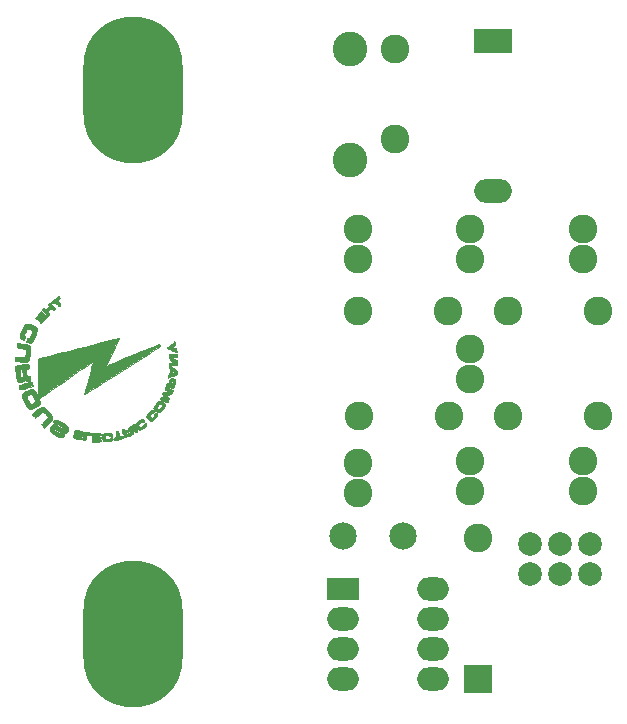
<source format=gbr>
G04 #@! TF.GenerationSoftware,KiCad,Pcbnew,(5.1.0)-1*
G04 #@! TF.CreationDate,2020-04-16T10:32:42+01:00*
G04 #@! TF.ProjectId,SolarDice,536f6c61-7244-4696-9365-2e6b69636164,rev?*
G04 #@! TF.SameCoordinates,PX5faea10PY77e7cd0*
G04 #@! TF.FileFunction,Soldermask,Bot*
G04 #@! TF.FilePolarity,Negative*
%FSLAX46Y46*%
G04 Gerber Fmt 4.6, Leading zero omitted, Abs format (unit mm)*
G04 Created by KiCad (PCBNEW (5.1.0)-1) date 2020-04-16 10:32:42*
%MOMM*%
%LPD*%
G04 APERTURE LIST*
%ADD10C,0.010000*%
%ADD11R,3.200000X2.000000*%
%ADD12O,3.200000X2.000000*%
%ADD13C,2.432000*%
%ADD14O,2.686000X1.974800*%
%ADD15R,2.686000X1.974800*%
%ADD16C,2.000200*%
%ADD17R,2.432000X2.432000*%
%ADD18C,2.940000*%
%ADD19C,2.305000*%
%ADD20O,8.400000X12.400000*%
G04 APERTURE END LIST*
D10*
G36*
X19226682Y60792157D02*
G01*
X19255506Y60864965D01*
X19321563Y60900354D01*
X19439958Y60906007D01*
X19625800Y60889604D01*
X19640343Y60887983D01*
X19844156Y60869380D01*
X19979831Y60875117D01*
X20062775Y60915786D01*
X20108394Y61001978D01*
X20132094Y61144285D01*
X20139868Y61231397D01*
X20149497Y61389048D01*
X20138314Y61491550D01*
X20091950Y61552996D01*
X19996038Y61587476D01*
X19836208Y61609084D01*
X19745903Y61617772D01*
X19555891Y61638526D01*
X19436533Y61664186D01*
X19373952Y61704497D01*
X19354274Y61769202D01*
X19363623Y61868047D01*
X19366321Y61884352D01*
X19390094Y61993251D01*
X19424329Y62038645D01*
X19488184Y62041247D01*
X19508510Y62038066D01*
X19604459Y62023511D01*
X19754617Y62002540D01*
X19929184Y61979295D01*
X19958191Y61975539D01*
X20131332Y61946927D01*
X20282043Y61910868D01*
X20381896Y61874381D01*
X20392108Y61868420D01*
X20440252Y61829644D01*
X20468791Y61777644D01*
X20482293Y61692016D01*
X20485327Y61552355D01*
X20484354Y61456441D01*
X20477541Y61260358D01*
X20464215Y61067566D01*
X20447117Y60916656D01*
X20445151Y60904429D01*
X20385391Y60686101D01*
X20292790Y60539553D01*
X20174976Y60470173D01*
X20087642Y60463625D01*
X19942734Y60468241D01*
X19766449Y60482897D01*
X19699261Y60490548D01*
X19525657Y60511157D01*
X19381617Y60527000D01*
X19289701Y60535647D01*
X19272250Y60536548D01*
X19234120Y60574642D01*
X19219982Y60674250D01*
X19226682Y60792157D01*
X19226682Y60792157D01*
G37*
X19226682Y60792157D02*
X19255506Y60864965D01*
X19321563Y60900354D01*
X19439958Y60906007D01*
X19625800Y60889604D01*
X19640343Y60887983D01*
X19844156Y60869380D01*
X19979831Y60875117D01*
X20062775Y60915786D01*
X20108394Y61001978D01*
X20132094Y61144285D01*
X20139868Y61231397D01*
X20149497Y61389048D01*
X20138314Y61491550D01*
X20091950Y61552996D01*
X19996038Y61587476D01*
X19836208Y61609084D01*
X19745903Y61617772D01*
X19555891Y61638526D01*
X19436533Y61664186D01*
X19373952Y61704497D01*
X19354274Y61769202D01*
X19363623Y61868047D01*
X19366321Y61884352D01*
X19390094Y61993251D01*
X19424329Y62038645D01*
X19488184Y62041247D01*
X19508510Y62038066D01*
X19604459Y62023511D01*
X19754617Y62002540D01*
X19929184Y61979295D01*
X19958191Y61975539D01*
X20131332Y61946927D01*
X20282043Y61910868D01*
X20381896Y61874381D01*
X20392108Y61868420D01*
X20440252Y61829644D01*
X20468791Y61777644D01*
X20482293Y61692016D01*
X20485327Y61552355D01*
X20484354Y61456441D01*
X20477541Y61260358D01*
X20464215Y61067566D01*
X20447117Y60916656D01*
X20445151Y60904429D01*
X20385391Y60686101D01*
X20292790Y60539553D01*
X20174976Y60470173D01*
X20087642Y60463625D01*
X19942734Y60468241D01*
X19766449Y60482897D01*
X19699261Y60490548D01*
X19525657Y60511157D01*
X19381617Y60527000D01*
X19289701Y60535647D01*
X19272250Y60536548D01*
X19234120Y60574642D01*
X19219982Y60674250D01*
X19226682Y60792157D01*
G36*
X19234733Y60142844D02*
G01*
X19283294Y60156609D01*
X19396149Y60176604D01*
X19553388Y60200213D01*
X19735104Y60224819D01*
X19921387Y60247807D01*
X20092328Y60266560D01*
X20228017Y60278462D01*
X20288250Y60281290D01*
X20359902Y60275686D01*
X20393853Y60241485D01*
X20404080Y60155978D01*
X20404667Y60092167D01*
X20401098Y59975058D01*
X20379834Y59919595D01*
X20325039Y59902778D01*
X20273510Y59901667D01*
X20142354Y59901667D01*
X20170723Y59637084D01*
X20192973Y59445980D01*
X20215220Y59324480D01*
X20244955Y59257851D01*
X20289669Y59231363D01*
X20356854Y59230283D01*
X20376658Y59232119D01*
X20462456Y59234853D01*
X20503136Y59205191D01*
X20519365Y59120905D01*
X20523075Y59074631D01*
X20524169Y58959631D01*
X20511415Y58883501D01*
X20505437Y58873548D01*
X20439914Y58850201D01*
X20332721Y58843827D01*
X20220954Y58852964D01*
X20141713Y58876152D01*
X20127796Y58888425D01*
X20078729Y58900876D01*
X20018808Y58860103D01*
X19921773Y58809972D01*
X19772752Y58775026D01*
X19766954Y58774361D01*
X19766954Y59149486D01*
X19811169Y59160570D01*
X19864540Y59185909D01*
X19887324Y59233012D01*
X19885877Y59325902D01*
X19876690Y59408192D01*
X19856769Y59558575D01*
X19836822Y59691263D01*
X19828936Y59736666D01*
X19799221Y59815830D01*
X19734741Y59831494D01*
X19700447Y59826268D01*
X19645050Y59812200D01*
X19615090Y59783681D01*
X19605829Y59721265D01*
X19612531Y59605508D01*
X19622042Y59504436D01*
X19643723Y59321341D01*
X19670321Y59209844D01*
X19709008Y59156905D01*
X19766954Y59149486D01*
X19766954Y58774361D01*
X19709694Y58767783D01*
X19573443Y58760767D01*
X19493676Y58773590D01*
X19443094Y58813874D01*
X19418751Y58849022D01*
X19394332Y58918967D01*
X19364910Y59049709D01*
X19333067Y59223109D01*
X19301380Y59421028D01*
X19272432Y59625327D01*
X19248800Y59817867D01*
X19233065Y59980509D01*
X19227808Y60095114D01*
X19234733Y60142844D01*
X19234733Y60142844D01*
G37*
X19234733Y60142844D02*
X19283294Y60156609D01*
X19396149Y60176604D01*
X19553388Y60200213D01*
X19735104Y60224819D01*
X19921387Y60247807D01*
X20092328Y60266560D01*
X20228017Y60278462D01*
X20288250Y60281290D01*
X20359902Y60275686D01*
X20393853Y60241485D01*
X20404080Y60155978D01*
X20404667Y60092167D01*
X20401098Y59975058D01*
X20379834Y59919595D01*
X20325039Y59902778D01*
X20273510Y59901667D01*
X20142354Y59901667D01*
X20170723Y59637084D01*
X20192973Y59445980D01*
X20215220Y59324480D01*
X20244955Y59257851D01*
X20289669Y59231363D01*
X20356854Y59230283D01*
X20376658Y59232119D01*
X20462456Y59234853D01*
X20503136Y59205191D01*
X20519365Y59120905D01*
X20523075Y59074631D01*
X20524169Y58959631D01*
X20511415Y58883501D01*
X20505437Y58873548D01*
X20439914Y58850201D01*
X20332721Y58843827D01*
X20220954Y58852964D01*
X20141713Y58876152D01*
X20127796Y58888425D01*
X20078729Y58900876D01*
X20018808Y58860103D01*
X19921773Y58809972D01*
X19772752Y58775026D01*
X19766954Y58774361D01*
X19766954Y59149486D01*
X19811169Y59160570D01*
X19864540Y59185909D01*
X19887324Y59233012D01*
X19885877Y59325902D01*
X19876690Y59408192D01*
X19856769Y59558575D01*
X19836822Y59691263D01*
X19828936Y59736666D01*
X19799221Y59815830D01*
X19734741Y59831494D01*
X19700447Y59826268D01*
X19645050Y59812200D01*
X19615090Y59783681D01*
X19605829Y59721265D01*
X19612531Y59605508D01*
X19622042Y59504436D01*
X19643723Y59321341D01*
X19670321Y59209844D01*
X19709008Y59156905D01*
X19766954Y59149486D01*
X19766954Y58774361D01*
X19709694Y58767783D01*
X19573443Y58760767D01*
X19493676Y58773590D01*
X19443094Y58813874D01*
X19418751Y58849022D01*
X19394332Y58918967D01*
X19364910Y59049709D01*
X19333067Y59223109D01*
X19301380Y59421028D01*
X19272432Y59625327D01*
X19248800Y59817867D01*
X19233065Y59980509D01*
X19227808Y60095114D01*
X19234733Y60142844D01*
G36*
X19520188Y58474560D02*
G01*
X19526442Y58487220D01*
X19578764Y58510620D01*
X19691948Y58546327D01*
X19847488Y58589773D01*
X20026881Y58636385D01*
X20211622Y58681595D01*
X20383205Y58720832D01*
X20523126Y58749525D01*
X20612881Y58763106D01*
X20635917Y58761229D01*
X20654640Y58702185D01*
X20676812Y58594839D01*
X20682459Y58561290D01*
X20709345Y58393155D01*
X20178827Y58254169D01*
X19976643Y58204011D01*
X19802944Y58166190D01*
X19674571Y58143994D01*
X19608362Y58140710D01*
X19604795Y58142076D01*
X19570627Y58196405D01*
X19539609Y58294278D01*
X19520033Y58399171D01*
X19520188Y58474560D01*
X19520188Y58474560D01*
G37*
X19520188Y58474560D02*
X19526442Y58487220D01*
X19578764Y58510620D01*
X19691948Y58546327D01*
X19847488Y58589773D01*
X20026881Y58636385D01*
X20211622Y58681595D01*
X20383205Y58720832D01*
X20523126Y58749525D01*
X20612881Y58763106D01*
X20635917Y58761229D01*
X20654640Y58702185D01*
X20676812Y58594839D01*
X20682459Y58561290D01*
X20709345Y58393155D01*
X20178827Y58254169D01*
X19976643Y58204011D01*
X19802944Y58166190D01*
X19674571Y58143994D01*
X19608362Y58140710D01*
X19604795Y58142076D01*
X19570627Y58196405D01*
X19539609Y58294278D01*
X19520033Y58399171D01*
X19520188Y58474560D01*
G36*
X19623223Y62632996D02*
G01*
X19659706Y62776168D01*
X19720196Y62954153D01*
X19797021Y63146874D01*
X19882510Y63334255D01*
X19968992Y63496218D01*
X20002460Y63549866D01*
X20092484Y63654720D01*
X20197242Y63705542D01*
X20331023Y63703022D01*
X20508112Y63647849D01*
X20658667Y63581503D01*
X20862015Y63479008D01*
X20994803Y63387568D01*
X21063718Y63289618D01*
X21075447Y63167596D01*
X21036676Y63003938D01*
X20958844Y62793099D01*
X20838361Y62513274D01*
X20724482Y62299138D01*
X20620677Y62156333D01*
X20530415Y62090505D01*
X20526306Y62089332D01*
X20425057Y62088858D01*
X20302389Y62120146D01*
X20290911Y62124749D01*
X20148163Y62184393D01*
X20212915Y62339366D01*
X20254058Y62442635D01*
X20276354Y62507940D01*
X20277667Y62515274D01*
X20311959Y62522839D01*
X20365968Y62513117D01*
X20418085Y62511999D01*
X20465588Y62548910D01*
X20520963Y62638285D01*
X20581921Y62762813D01*
X20642195Y62906510D01*
X20679636Y63025664D01*
X20686524Y63095466D01*
X20685962Y63097129D01*
X20632975Y63151039D01*
X20530538Y63211199D01*
X20410979Y63261938D01*
X20306629Y63287589D01*
X20291439Y63288334D01*
X20240886Y63253299D01*
X20178027Y63163490D01*
X20113281Y63041844D01*
X20057067Y62911302D01*
X20019803Y62794803D01*
X20011906Y62715286D01*
X20022580Y62696338D01*
X20053093Y62655419D01*
X20045434Y62577366D01*
X20025521Y62510786D01*
X19983385Y62405464D01*
X19943614Y62340136D01*
X19937155Y62334693D01*
X19866226Y62333947D01*
X19770701Y62379303D01*
X19679807Y62451503D01*
X19622769Y62531289D01*
X19618416Y62544715D01*
X19623223Y62632996D01*
X19623223Y62632996D01*
G37*
X19623223Y62632996D02*
X19659706Y62776168D01*
X19720196Y62954153D01*
X19797021Y63146874D01*
X19882510Y63334255D01*
X19968992Y63496218D01*
X20002460Y63549866D01*
X20092484Y63654720D01*
X20197242Y63705542D01*
X20331023Y63703022D01*
X20508112Y63647849D01*
X20658667Y63581503D01*
X20862015Y63479008D01*
X20994803Y63387568D01*
X21063718Y63289618D01*
X21075447Y63167596D01*
X21036676Y63003938D01*
X20958844Y62793099D01*
X20838361Y62513274D01*
X20724482Y62299138D01*
X20620677Y62156333D01*
X20530415Y62090505D01*
X20526306Y62089332D01*
X20425057Y62088858D01*
X20302389Y62120146D01*
X20290911Y62124749D01*
X20148163Y62184393D01*
X20212915Y62339366D01*
X20254058Y62442635D01*
X20276354Y62507940D01*
X20277667Y62515274D01*
X20311959Y62522839D01*
X20365968Y62513117D01*
X20418085Y62511999D01*
X20465588Y62548910D01*
X20520963Y62638285D01*
X20581921Y62762813D01*
X20642195Y62906510D01*
X20679636Y63025664D01*
X20686524Y63095466D01*
X20685962Y63097129D01*
X20632975Y63151039D01*
X20530538Y63211199D01*
X20410979Y63261938D01*
X20306629Y63287589D01*
X20291439Y63288334D01*
X20240886Y63253299D01*
X20178027Y63163490D01*
X20113281Y63041844D01*
X20057067Y62911302D01*
X20019803Y62794803D01*
X20011906Y62715286D01*
X20022580Y62696338D01*
X20053093Y62655419D01*
X20045434Y62577366D01*
X20025521Y62510786D01*
X19983385Y62405464D01*
X19943614Y62340136D01*
X19937155Y62334693D01*
X19866226Y62333947D01*
X19770701Y62379303D01*
X19679807Y62451503D01*
X19622769Y62531289D01*
X19618416Y62544715D01*
X19623223Y62632996D01*
G36*
X20970925Y64243130D02*
G01*
X21042341Y64342693D01*
X21141930Y64469192D01*
X21381250Y64769136D01*
X21654959Y64554037D01*
X21780614Y64454500D01*
X21875771Y64377619D01*
X21924856Y64336035D01*
X21928288Y64332219D01*
X21904119Y64298170D01*
X21840114Y64213415D01*
X21748467Y64094041D01*
X21714655Y64050334D01*
X21594508Y63898920D01*
X21511134Y63807123D01*
X21451779Y63765888D01*
X21403685Y63766164D01*
X21356979Y63796489D01*
X21329577Y63835401D01*
X21341510Y63890592D01*
X21399590Y63981281D01*
X21443069Y64039412D01*
X21523306Y64151552D01*
X21576674Y64239660D01*
X21590000Y64275035D01*
X21567035Y64268192D01*
X21507270Y64207118D01*
X21436170Y64120781D01*
X21338007Y64000096D01*
X21272983Y63940400D01*
X21225515Y63933442D01*
X21180020Y63970969D01*
X21171734Y63980728D01*
X21155758Y64031554D01*
X21186395Y64106649D01*
X21270223Y64222778D01*
X21346967Y64326560D01*
X21392285Y64401385D01*
X21397932Y64425846D01*
X21362375Y64409827D01*
X21301802Y64345729D01*
X21299275Y64342546D01*
X21183186Y64196066D01*
X21107219Y64106190D01*
X21058628Y64063386D01*
X21024670Y64058125D01*
X20992599Y64080876D01*
X20973869Y64099207D01*
X20943763Y64136960D01*
X20940423Y64179743D01*
X20970925Y64243130D01*
X20970925Y64243130D01*
G37*
X20970925Y64243130D02*
X21042341Y64342693D01*
X21141930Y64469192D01*
X21381250Y64769136D01*
X21654959Y64554037D01*
X21780614Y64454500D01*
X21875771Y64377619D01*
X21924856Y64336035D01*
X21928288Y64332219D01*
X21904119Y64298170D01*
X21840114Y64213415D01*
X21748467Y64094041D01*
X21714655Y64050334D01*
X21594508Y63898920D01*
X21511134Y63807123D01*
X21451779Y63765888D01*
X21403685Y63766164D01*
X21356979Y63796489D01*
X21329577Y63835401D01*
X21341510Y63890592D01*
X21399590Y63981281D01*
X21443069Y64039412D01*
X21523306Y64151552D01*
X21576674Y64239660D01*
X21590000Y64275035D01*
X21567035Y64268192D01*
X21507270Y64207118D01*
X21436170Y64120781D01*
X21338007Y64000096D01*
X21272983Y63940400D01*
X21225515Y63933442D01*
X21180020Y63970969D01*
X21171734Y63980728D01*
X21155758Y64031554D01*
X21186395Y64106649D01*
X21270223Y64222778D01*
X21346967Y64326560D01*
X21392285Y64401385D01*
X21397932Y64425846D01*
X21362375Y64409827D01*
X21301802Y64345729D01*
X21299275Y64342546D01*
X21183186Y64196066D01*
X21107219Y64106190D01*
X21058628Y64063386D01*
X21024670Y64058125D01*
X20992599Y64080876D01*
X20973869Y64099207D01*
X20943763Y64136960D01*
X20940423Y64179743D01*
X20970925Y64243130D01*
G36*
X20944719Y56281758D02*
G01*
X21148140Y56463687D01*
X21307153Y56586903D01*
X21435656Y56654081D01*
X21547550Y56667895D01*
X21656735Y56631020D01*
X21777110Y56546132D01*
X21874303Y56460649D01*
X22110877Y56224284D01*
X22277782Y56013831D01*
X22372479Y55832915D01*
X22394596Y55717449D01*
X22388852Y55643635D01*
X22364174Y55575335D01*
X22309806Y55497516D01*
X22214990Y55395146D01*
X22068970Y55253192D01*
X22048436Y55233675D01*
X21702014Y54904850D01*
X21582507Y55019346D01*
X21505488Y55103643D01*
X21464516Y55168947D01*
X21462500Y55178837D01*
X21491427Y55225971D01*
X21569259Y55314122D01*
X21681850Y55427795D01*
X21741348Y55484321D01*
X21875149Y55612775D01*
X21953883Y55700548D01*
X21987185Y55761570D01*
X21984691Y55809766D01*
X21977452Y55825612D01*
X21919821Y55908046D01*
X21829698Y56011982D01*
X21726690Y56117724D01*
X21630407Y56205573D01*
X21560454Y56255833D01*
X21544050Y56261000D01*
X21494459Y56233374D01*
X21401775Y56159659D01*
X21282803Y56053601D01*
X21233491Y56007000D01*
X21110266Y55892382D01*
X21008600Y55804653D01*
X20944626Y55757466D01*
X20933321Y55753000D01*
X20886382Y55782745D01*
X20811676Y55857253D01*
X20783148Y55890175D01*
X20668629Y56027349D01*
X20944719Y56281758D01*
X20944719Y56281758D01*
G37*
X20944719Y56281758D02*
X21148140Y56463687D01*
X21307153Y56586903D01*
X21435656Y56654081D01*
X21547550Y56667895D01*
X21656735Y56631020D01*
X21777110Y56546132D01*
X21874303Y56460649D01*
X22110877Y56224284D01*
X22277782Y56013831D01*
X22372479Y55832915D01*
X22394596Y55717449D01*
X22388852Y55643635D01*
X22364174Y55575335D01*
X22309806Y55497516D01*
X22214990Y55395146D01*
X22068970Y55253192D01*
X22048436Y55233675D01*
X21702014Y54904850D01*
X21582507Y55019346D01*
X21505488Y55103643D01*
X21464516Y55168947D01*
X21462500Y55178837D01*
X21491427Y55225971D01*
X21569259Y55314122D01*
X21681850Y55427795D01*
X21741348Y55484321D01*
X21875149Y55612775D01*
X21953883Y55700548D01*
X21987185Y55761570D01*
X21984691Y55809766D01*
X21977452Y55825612D01*
X21919821Y55908046D01*
X21829698Y56011982D01*
X21726690Y56117724D01*
X21630407Y56205573D01*
X21560454Y56255833D01*
X21544050Y56261000D01*
X21494459Y56233374D01*
X21401775Y56159659D01*
X21282803Y56053601D01*
X21233491Y56007000D01*
X21110266Y55892382D01*
X21008600Y55804653D01*
X20944626Y55757466D01*
X20933321Y55753000D01*
X20886382Y55782745D01*
X20811676Y55857253D01*
X20783148Y55890175D01*
X20668629Y56027349D01*
X20944719Y56281758D01*
G36*
X21586286Y64995628D02*
G01*
X21681200Y65006512D01*
X21752828Y64966387D01*
X21805581Y64928817D01*
X21856837Y64933750D01*
X21934055Y64987554D01*
X21969256Y65016569D01*
X22055374Y65092928D01*
X22084653Y65144845D01*
X22066170Y65201017D01*
X22040481Y65241765D01*
X21995873Y65321658D01*
X22004925Y65374168D01*
X22056670Y65427075D01*
X22102781Y65463911D01*
X22144622Y65471265D01*
X22199422Y65440982D01*
X22284412Y65364910D01*
X22374528Y65276656D01*
X22507785Y65138375D01*
X22580303Y65041543D01*
X22596717Y64973810D01*
X22561667Y64922828D01*
X22517812Y64895115D01*
X22434913Y64871773D01*
X22357396Y64913520D01*
X22346795Y64922878D01*
X22291818Y64965292D01*
X22245277Y64964618D01*
X22180650Y64913689D01*
X22130564Y64864436D01*
X22050188Y64780074D01*
X22023621Y64727852D01*
X22044245Y64680607D01*
X22076662Y64643190D01*
X22128159Y64578148D01*
X22124378Y64530367D01*
X22063222Y64462407D01*
X21970284Y64369470D01*
X21731728Y64608026D01*
X21596100Y64754628D01*
X21527177Y64857352D01*
X21519459Y64915084D01*
X21586286Y64995628D01*
X21586286Y64995628D01*
G37*
X21586286Y64995628D02*
X21681200Y65006512D01*
X21752828Y64966387D01*
X21805581Y64928817D01*
X21856837Y64933750D01*
X21934055Y64987554D01*
X21969256Y65016569D01*
X22055374Y65092928D01*
X22084653Y65144845D01*
X22066170Y65201017D01*
X22040481Y65241765D01*
X21995873Y65321658D01*
X22004925Y65374168D01*
X22056670Y65427075D01*
X22102781Y65463911D01*
X22144622Y65471265D01*
X22199422Y65440982D01*
X22284412Y65364910D01*
X22374528Y65276656D01*
X22507785Y65138375D01*
X22580303Y65041543D01*
X22596717Y64973810D01*
X22561667Y64922828D01*
X22517812Y64895115D01*
X22434913Y64871773D01*
X22357396Y64913520D01*
X22346795Y64922878D01*
X22291818Y64965292D01*
X22245277Y64964618D01*
X22180650Y64913689D01*
X22130564Y64864436D01*
X22050188Y64780074D01*
X22023621Y64727852D01*
X22044245Y64680607D01*
X22076662Y64643190D01*
X22128159Y64578148D01*
X22124378Y64530367D01*
X22063222Y64462407D01*
X21970284Y64369470D01*
X21731728Y64608026D01*
X21596100Y64754628D01*
X21527177Y64857352D01*
X21519459Y64915084D01*
X21586286Y64995628D01*
G36*
X22282373Y65559568D02*
G01*
X22326274Y65620074D01*
X22420789Y65700871D01*
X22575484Y65814729D01*
X22590848Y65825721D01*
X22741827Y65932230D01*
X22839849Y65994745D01*
X22900309Y66019234D01*
X22938606Y66011664D01*
X22970136Y65978001D01*
X22973173Y65973888D01*
X23006539Y65912417D01*
X22987491Y65861436D01*
X22919040Y65800412D01*
X22804712Y65708990D01*
X22938189Y65527489D01*
X23024794Y65404756D01*
X23062208Y65329350D01*
X23053815Y65282233D01*
X23002997Y65244364D01*
X22989783Y65237156D01*
X22925705Y65205748D01*
X22879770Y65204815D01*
X22831348Y65245811D01*
X22759812Y65340188D01*
X22730349Y65381196D01*
X22595436Y65569058D01*
X22471546Y65477462D01*
X22385334Y65421163D01*
X22336809Y65417041D01*
X22308143Y65448350D01*
X22279518Y65506583D01*
X22282373Y65559568D01*
X22282373Y65559568D01*
G37*
X22282373Y65559568D02*
X22326274Y65620074D01*
X22420789Y65700871D01*
X22575484Y65814729D01*
X22590848Y65825721D01*
X22741827Y65932230D01*
X22839849Y65994745D01*
X22900309Y66019234D01*
X22938606Y66011664D01*
X22970136Y65978001D01*
X22973173Y65973888D01*
X23006539Y65912417D01*
X22987491Y65861436D01*
X22919040Y65800412D01*
X22804712Y65708990D01*
X22938189Y65527489D01*
X23024794Y65404756D01*
X23062208Y65329350D01*
X23053815Y65282233D01*
X23002997Y65244364D01*
X22989783Y65237156D01*
X22925705Y65205748D01*
X22879770Y65204815D01*
X22831348Y65245811D01*
X22759812Y65340188D01*
X22730349Y65381196D01*
X22595436Y65569058D01*
X22471546Y65477462D01*
X22385334Y65421163D01*
X22336809Y65417041D01*
X22308143Y65448350D01*
X22279518Y65506583D01*
X22282373Y65559568D01*
G36*
X22168171Y54892604D02*
G01*
X22235369Y55038554D01*
X22335137Y55146854D01*
X22412477Y55184524D01*
X22485989Y55185500D01*
X22589877Y55153155D01*
X22738115Y55082006D01*
X22895064Y54995160D01*
X23078149Y54891155D01*
X23200328Y54825212D01*
X23273881Y54792815D01*
X23311085Y54789450D01*
X23324219Y54810603D01*
X23325667Y54836840D01*
X23290622Y54896732D01*
X23201175Y54975060D01*
X23080853Y55057165D01*
X22953186Y55128392D01*
X22841703Y55174084D01*
X22773373Y55180878D01*
X22688493Y55183746D01*
X22583032Y55222039D01*
X22489077Y55279453D01*
X22438712Y55339683D01*
X22436667Y55351978D01*
X22471134Y55432513D01*
X22553495Y55515105D01*
X22652190Y55572565D01*
X22705572Y55583667D01*
X22790494Y55560717D01*
X22925328Y55498952D01*
X23091258Y55408998D01*
X23269463Y55301481D01*
X23441126Y55187029D01*
X23547917Y55108009D01*
X23669085Y54974453D01*
X23708297Y54824390D01*
X23666497Y54652652D01*
X23640678Y54600481D01*
X23540487Y54476191D01*
X23415686Y54406579D01*
X23358423Y54398334D01*
X23299048Y54418410D01*
X23185521Y54472473D01*
X23036484Y54551273D01*
X22931798Y54610000D01*
X22774604Y54699028D01*
X22646345Y54769590D01*
X22563630Y54812669D01*
X22541991Y54821667D01*
X22523259Y54787420D01*
X22521334Y54762580D01*
X22556098Y54705034D01*
X22643702Y54629937D01*
X22759110Y54552964D01*
X22877286Y54489790D01*
X22973196Y54456092D01*
X23009933Y54456653D01*
X23077675Y54449940D01*
X23177445Y54409096D01*
X23278657Y54350881D01*
X23350725Y54292053D01*
X23367476Y54260750D01*
X23340899Y54210609D01*
X23283334Y54144334D01*
X23197401Y54082036D01*
X23097890Y54063425D01*
X22972797Y54091488D01*
X22810119Y54169212D01*
X22597851Y54299585D01*
X22560414Y54324250D01*
X22385954Y54441910D01*
X22270516Y54527203D01*
X22201458Y54592843D01*
X22166135Y54651545D01*
X22151904Y54716024D01*
X22149965Y54737000D01*
X22168171Y54892604D01*
X22168171Y54892604D01*
G37*
X22168171Y54892604D02*
X22235369Y55038554D01*
X22335137Y55146854D01*
X22412477Y55184524D01*
X22485989Y55185500D01*
X22589877Y55153155D01*
X22738115Y55082006D01*
X22895064Y54995160D01*
X23078149Y54891155D01*
X23200328Y54825212D01*
X23273881Y54792815D01*
X23311085Y54789450D01*
X23324219Y54810603D01*
X23325667Y54836840D01*
X23290622Y54896732D01*
X23201175Y54975060D01*
X23080853Y55057165D01*
X22953186Y55128392D01*
X22841703Y55174084D01*
X22773373Y55180878D01*
X22688493Y55183746D01*
X22583032Y55222039D01*
X22489077Y55279453D01*
X22438712Y55339683D01*
X22436667Y55351978D01*
X22471134Y55432513D01*
X22553495Y55515105D01*
X22652190Y55572565D01*
X22705572Y55583667D01*
X22790494Y55560717D01*
X22925328Y55498952D01*
X23091258Y55408998D01*
X23269463Y55301481D01*
X23441126Y55187029D01*
X23547917Y55108009D01*
X23669085Y54974453D01*
X23708297Y54824390D01*
X23666497Y54652652D01*
X23640678Y54600481D01*
X23540487Y54476191D01*
X23415686Y54406579D01*
X23358423Y54398334D01*
X23299048Y54418410D01*
X23185521Y54472473D01*
X23036484Y54551273D01*
X22931798Y54610000D01*
X22774604Y54699028D01*
X22646345Y54769590D01*
X22563630Y54812669D01*
X22541991Y54821667D01*
X22523259Y54787420D01*
X22521334Y54762580D01*
X22556098Y54705034D01*
X22643702Y54629937D01*
X22759110Y54552964D01*
X22877286Y54489790D01*
X22973196Y54456092D01*
X23009933Y54456653D01*
X23077675Y54449940D01*
X23177445Y54409096D01*
X23278657Y54350881D01*
X23350725Y54292053D01*
X23367476Y54260750D01*
X23340899Y54210609D01*
X23283334Y54144334D01*
X23197401Y54082036D01*
X23097890Y54063425D01*
X22972797Y54091488D01*
X22810119Y54169212D01*
X22597851Y54299585D01*
X22560414Y54324250D01*
X22385954Y54441910D01*
X22270516Y54527203D01*
X22201458Y54592843D01*
X22166135Y54651545D01*
X22151904Y54716024D01*
X22149965Y54737000D01*
X22168171Y54892604D01*
G36*
X24139809Y54223174D02*
G01*
X24183776Y54396490D01*
X24192588Y54427107D01*
X24237263Y54580936D01*
X24275723Y54678780D01*
X24325412Y54727757D01*
X24403776Y54734985D01*
X24528259Y54707581D01*
X24716307Y54652662D01*
X24733250Y54647694D01*
X24874562Y54599645D01*
X24976925Y54552069D01*
X25019453Y54514793D01*
X25019648Y54512958D01*
X25030264Y54484854D01*
X25051398Y54510689D01*
X25092278Y54532319D01*
X25182553Y54531841D01*
X25335705Y54508640D01*
X25410584Y54494257D01*
X25575032Y54459440D01*
X25673011Y54430049D01*
X25721512Y54397275D01*
X25737528Y54352309D01*
X25738667Y54324178D01*
X25733378Y54262058D01*
X25702903Y54235763D01*
X25625330Y54237127D01*
X25537584Y54249228D01*
X25410776Y54268199D01*
X25318841Y54282227D01*
X25296496Y54285785D01*
X25267953Y54251831D01*
X25237158Y54157351D01*
X25219184Y54070250D01*
X25194181Y53941250D01*
X25164929Y53875188D01*
X25115732Y53851111D01*
X25052694Y53848000D01*
X24972754Y53852182D01*
X24939907Y53880220D01*
X24941161Y53955356D01*
X24952114Y54027917D01*
X24976491Y54168932D01*
X25000943Y54292202D01*
X25005813Y54313667D01*
X25014745Y54382057D01*
X25001352Y54392369D01*
X24948387Y54389514D01*
X24840107Y54409237D01*
X24720230Y54441405D01*
X24590009Y54475679D01*
X24499110Y54489758D01*
X24468667Y54482123D01*
X24505830Y54452166D01*
X24601961Y54411349D01*
X24701500Y54378988D01*
X24841535Y54334521D01*
X24912116Y54296973D01*
X24926220Y54253939D01*
X24896825Y54193013D01*
X24896531Y54192548D01*
X24862066Y54162608D01*
X24799192Y54160287D01*
X24685993Y54186302D01*
X24634138Y54201145D01*
X24507368Y54234436D01*
X24417600Y54250767D01*
X24390066Y54249178D01*
X24391068Y54231376D01*
X24436483Y54207893D01*
X24539645Y54173324D01*
X24677116Y54132787D01*
X24813251Y54083864D01*
X24874364Y54031909D01*
X24869798Y53966772D01*
X24854871Y53939703D01*
X24800061Y53918955D01*
X24679677Y53930516D01*
X24490143Y53975093D01*
X24227880Y54053394D01*
X24144877Y54080166D01*
X24127164Y54120069D01*
X24139809Y54223174D01*
X24139809Y54223174D01*
G37*
X24139809Y54223174D02*
X24183776Y54396490D01*
X24192588Y54427107D01*
X24237263Y54580936D01*
X24275723Y54678780D01*
X24325412Y54727757D01*
X24403776Y54734985D01*
X24528259Y54707581D01*
X24716307Y54652662D01*
X24733250Y54647694D01*
X24874562Y54599645D01*
X24976925Y54552069D01*
X25019453Y54514793D01*
X25019648Y54512958D01*
X25030264Y54484854D01*
X25051398Y54510689D01*
X25092278Y54532319D01*
X25182553Y54531841D01*
X25335705Y54508640D01*
X25410584Y54494257D01*
X25575032Y54459440D01*
X25673011Y54430049D01*
X25721512Y54397275D01*
X25737528Y54352309D01*
X25738667Y54324178D01*
X25733378Y54262058D01*
X25702903Y54235763D01*
X25625330Y54237127D01*
X25537584Y54249228D01*
X25410776Y54268199D01*
X25318841Y54282227D01*
X25296496Y54285785D01*
X25267953Y54251831D01*
X25237158Y54157351D01*
X25219184Y54070250D01*
X25194181Y53941250D01*
X25164929Y53875188D01*
X25115732Y53851111D01*
X25052694Y53848000D01*
X24972754Y53852182D01*
X24939907Y53880220D01*
X24941161Y53955356D01*
X24952114Y54027917D01*
X24976491Y54168932D01*
X25000943Y54292202D01*
X25005813Y54313667D01*
X25014745Y54382057D01*
X25001352Y54392369D01*
X24948387Y54389514D01*
X24840107Y54409237D01*
X24720230Y54441405D01*
X24590009Y54475679D01*
X24499110Y54489758D01*
X24468667Y54482123D01*
X24505830Y54452166D01*
X24601961Y54411349D01*
X24701500Y54378988D01*
X24841535Y54334521D01*
X24912116Y54296973D01*
X24926220Y54253939D01*
X24896825Y54193013D01*
X24896531Y54192548D01*
X24862066Y54162608D01*
X24799192Y54160287D01*
X24685993Y54186302D01*
X24634138Y54201145D01*
X24507368Y54234436D01*
X24417600Y54250767D01*
X24390066Y54249178D01*
X24391068Y54231376D01*
X24436483Y54207893D01*
X24539645Y54173324D01*
X24677116Y54132787D01*
X24813251Y54083864D01*
X24874364Y54031909D01*
X24869798Y53966772D01*
X24854871Y53939703D01*
X24800061Y53918955D01*
X24679677Y53930516D01*
X24490143Y53975093D01*
X24227880Y54053394D01*
X24144877Y54080166D01*
X24127164Y54120069D01*
X24139809Y54223174D01*
G36*
X25754079Y53917409D02*
G01*
X25771242Y54080383D01*
X25780485Y54241675D01*
X25781000Y54277242D01*
X25781000Y54440667D01*
X26029709Y54440667D01*
X26265792Y54433178D01*
X26425395Y54409516D01*
X26515473Y54367888D01*
X26543000Y54308375D01*
X26533169Y54265853D01*
X26491592Y54241722D01*
X26400144Y54230905D01*
X26257250Y54228352D01*
X26103867Y54223965D01*
X26030209Y54211113D01*
X26031678Y54188933D01*
X26035000Y54186667D01*
X26113826Y54161868D01*
X26239128Y54146904D01*
X26299584Y54144982D01*
X26422672Y54139596D01*
X26482524Y54118496D01*
X26500299Y54072705D01*
X26500667Y54059667D01*
X26491174Y54012802D01*
X26450065Y53986151D01*
X26358396Y53973168D01*
X26236084Y53968225D01*
X26125197Y53962962D01*
X26081570Y53955463D01*
X26113567Y53947281D01*
X26119667Y53946641D01*
X26315897Y53924077D01*
X26441839Y53900375D01*
X26511787Y53870707D01*
X26540040Y53830250D01*
X26543000Y53803749D01*
X26536560Y53765480D01*
X26506866Y53741227D01*
X26438360Y53727834D01*
X26315483Y53722145D01*
X26135079Y53721000D01*
X25727159Y53721000D01*
X25754079Y53917409D01*
X25754079Y53917409D01*
G37*
X25754079Y53917409D02*
X25771242Y54080383D01*
X25780485Y54241675D01*
X25781000Y54277242D01*
X25781000Y54440667D01*
X26029709Y54440667D01*
X26265792Y54433178D01*
X26425395Y54409516D01*
X26515473Y54367888D01*
X26543000Y54308375D01*
X26533169Y54265853D01*
X26491592Y54241722D01*
X26400144Y54230905D01*
X26257250Y54228352D01*
X26103867Y54223965D01*
X26030209Y54211113D01*
X26031678Y54188933D01*
X26035000Y54186667D01*
X26113826Y54161868D01*
X26239128Y54146904D01*
X26299584Y54144982D01*
X26422672Y54139596D01*
X26482524Y54118496D01*
X26500299Y54072705D01*
X26500667Y54059667D01*
X26491174Y54012802D01*
X26450065Y53986151D01*
X26358396Y53973168D01*
X26236084Y53968225D01*
X26125197Y53962962D01*
X26081570Y53955463D01*
X26113567Y53947281D01*
X26119667Y53946641D01*
X26315897Y53924077D01*
X26441839Y53900375D01*
X26511787Y53870707D01*
X26540040Y53830250D01*
X26543000Y53803749D01*
X26536560Y53765480D01*
X26506866Y53741227D01*
X26438360Y53727834D01*
X26315483Y53722145D01*
X26135079Y53721000D01*
X25727159Y53721000D01*
X25754079Y53917409D01*
G36*
X26614985Y54341298D02*
G01*
X26617284Y54344921D01*
X26679848Y54382768D01*
X26801632Y54421010D01*
X26957398Y54454103D01*
X27121908Y54476502D01*
X27245789Y54483000D01*
X27367617Y54453199D01*
X27447221Y54377604D01*
X27466006Y54276930D01*
X27457755Y54246859D01*
X27409836Y54206321D01*
X27329630Y54187913D01*
X27254133Y54194417D01*
X27220336Y54228617D01*
X27220334Y54229000D01*
X27183960Y54257659D01*
X27096263Y54270369D01*
X26989380Y54265427D01*
X26906296Y54245638D01*
X26853765Y54186082D01*
X26842199Y54086574D01*
X26875605Y53983336D01*
X26877027Y53981058D01*
X26938858Y53951745D01*
X27044637Y53951203D01*
X27159961Y53976125D01*
X27241500Y54016108D01*
X27314577Y54050887D01*
X27379084Y54070756D01*
X27447136Y54075423D01*
X27471900Y54028447D01*
X27474334Y53972526D01*
X27448308Y53862575D01*
X27400250Y53811515D01*
X27292586Y53775436D01*
X27142862Y53750505D01*
X26979516Y53738377D01*
X26830986Y53740708D01*
X26725711Y53759155D01*
X26702740Y53770903D01*
X26657256Y53844890D01*
X26620937Y53971176D01*
X26598585Y54117509D01*
X26595000Y54251635D01*
X26614985Y54341298D01*
X26614985Y54341298D01*
G37*
X26614985Y54341298D02*
X26617284Y54344921D01*
X26679848Y54382768D01*
X26801632Y54421010D01*
X26957398Y54454103D01*
X27121908Y54476502D01*
X27245789Y54483000D01*
X27367617Y54453199D01*
X27447221Y54377604D01*
X27466006Y54276930D01*
X27457755Y54246859D01*
X27409836Y54206321D01*
X27329630Y54187913D01*
X27254133Y54194417D01*
X27220336Y54228617D01*
X27220334Y54229000D01*
X27183960Y54257659D01*
X27096263Y54270369D01*
X26989380Y54265427D01*
X26906296Y54245638D01*
X26853765Y54186082D01*
X26842199Y54086574D01*
X26875605Y53983336D01*
X26877027Y53981058D01*
X26938858Y53951745D01*
X27044637Y53951203D01*
X27159961Y53976125D01*
X27241500Y54016108D01*
X27314577Y54050887D01*
X27379084Y54070756D01*
X27447136Y54075423D01*
X27471900Y54028447D01*
X27474334Y53972526D01*
X27448308Y53862575D01*
X27400250Y53811515D01*
X27292586Y53775436D01*
X27142862Y53750505D01*
X26979516Y53738377D01*
X26830986Y53740708D01*
X26725711Y53759155D01*
X26702740Y53770903D01*
X26657256Y53844890D01*
X26620937Y53971176D01*
X26598585Y54117509D01*
X26595000Y54251635D01*
X26614985Y54341298D01*
G36*
X27595884Y54040043D02*
G01*
X27690955Y54075475D01*
X27780675Y54103177D01*
X27805346Y54149764D01*
X27796766Y54197183D01*
X27771612Y54305419D01*
X27746278Y54437864D01*
X27744993Y54445458D01*
X27734044Y54547912D01*
X27757260Y54596424D01*
X27828934Y54619354D01*
X27833019Y54620142D01*
X27923639Y54620976D01*
X27962413Y54594184D01*
X27982034Y54526051D01*
X28012562Y54411736D01*
X28024972Y54363746D01*
X28057765Y54251788D01*
X28093663Y54203543D01*
X28154317Y54200116D01*
X28201684Y54209521D01*
X28323481Y54209008D01*
X28392211Y54146397D01*
X28405019Y54079939D01*
X28367144Y54051115D01*
X28265026Y54009721D01*
X28116837Y53962586D01*
X28027567Y53938065D01*
X27823527Y53888807D01*
X27687124Y53867917D01*
X27605906Y53876303D01*
X27567418Y53914873D01*
X27559000Y53972207D01*
X27595884Y54040043D01*
X27595884Y54040043D01*
G37*
X27595884Y54040043D02*
X27690955Y54075475D01*
X27780675Y54103177D01*
X27805346Y54149764D01*
X27796766Y54197183D01*
X27771612Y54305419D01*
X27746278Y54437864D01*
X27744993Y54445458D01*
X27734044Y54547912D01*
X27757260Y54596424D01*
X27828934Y54619354D01*
X27833019Y54620142D01*
X27923639Y54620976D01*
X27962413Y54594184D01*
X27982034Y54526051D01*
X28012562Y54411736D01*
X28024972Y54363746D01*
X28057765Y54251788D01*
X28093663Y54203543D01*
X28154317Y54200116D01*
X28201684Y54209521D01*
X28323481Y54209008D01*
X28392211Y54146397D01*
X28405019Y54079939D01*
X28367144Y54051115D01*
X28265026Y54009721D01*
X28116837Y53962586D01*
X28027567Y53938065D01*
X27823527Y53888807D01*
X27687124Y53867917D01*
X27605906Y53876303D01*
X27567418Y53914873D01*
X27559000Y53972207D01*
X27595884Y54040043D01*
G36*
X28269180Y54741805D02*
G01*
X28330973Y54775355D01*
X28395084Y54798595D01*
X28469605Y54806029D01*
X28490334Y54761020D01*
X28520538Y54704742D01*
X28612482Y54702854D01*
X28720411Y54735952D01*
X28807735Y54799215D01*
X28829000Y54861463D01*
X28860870Y54940335D01*
X28934026Y55001370D01*
X29014784Y55020773D01*
X29041542Y55011626D01*
X29071401Y54954825D01*
X29083000Y54861502D01*
X29094272Y54773399D01*
X29121192Y54737000D01*
X29155856Y54701843D01*
X29199057Y54618582D01*
X29236108Y54520532D01*
X29252322Y54441007D01*
X29252334Y54439533D01*
X29223242Y54389554D01*
X29199417Y54367830D01*
X29130546Y54329838D01*
X29010192Y54276028D01*
X28863809Y54216373D01*
X28716849Y54160845D01*
X28639646Y54134647D01*
X28639646Y54368099D01*
X28691417Y54376968D01*
X28787652Y54414253D01*
X28879343Y54448241D01*
X28960746Y54498515D01*
X28970502Y54548603D01*
X28943631Y54582735D01*
X28887232Y54578713D01*
X28798572Y54545359D01*
X28698708Y54505212D01*
X28638560Y54483996D01*
X28633330Y54483000D01*
X28619380Y54448161D01*
X28617334Y54414971D01*
X28639646Y54368099D01*
X28639646Y54134647D01*
X28594765Y54119416D01*
X28523012Y54102058D01*
X28520924Y54102000D01*
X28482743Y54138687D01*
X28430292Y54233017D01*
X28372853Y54361397D01*
X28319710Y54500235D01*
X28280146Y54625935D01*
X28263444Y54714906D01*
X28269180Y54741805D01*
X28269180Y54741805D01*
G37*
X28269180Y54741805D02*
X28330973Y54775355D01*
X28395084Y54798595D01*
X28469605Y54806029D01*
X28490334Y54761020D01*
X28520538Y54704742D01*
X28612482Y54702854D01*
X28720411Y54735952D01*
X28807735Y54799215D01*
X28829000Y54861463D01*
X28860870Y54940335D01*
X28934026Y55001370D01*
X29014784Y55020773D01*
X29041542Y55011626D01*
X29071401Y54954825D01*
X29083000Y54861502D01*
X29094272Y54773399D01*
X29121192Y54737000D01*
X29155856Y54701843D01*
X29199057Y54618582D01*
X29236108Y54520532D01*
X29252322Y54441007D01*
X29252334Y54439533D01*
X29223242Y54389554D01*
X29199417Y54367830D01*
X29130546Y54329838D01*
X29010192Y54276028D01*
X28863809Y54216373D01*
X28716849Y54160845D01*
X28639646Y54134647D01*
X28639646Y54368099D01*
X28691417Y54376968D01*
X28787652Y54414253D01*
X28879343Y54448241D01*
X28960746Y54498515D01*
X28970502Y54548603D01*
X28943631Y54582735D01*
X28887232Y54578713D01*
X28798572Y54545359D01*
X28698708Y54505212D01*
X28638560Y54483996D01*
X28633330Y54483000D01*
X28619380Y54448161D01*
X28617334Y54414971D01*
X28639646Y54368099D01*
X28639646Y54134647D01*
X28594765Y54119416D01*
X28523012Y54102058D01*
X28520924Y54102000D01*
X28482743Y54138687D01*
X28430292Y54233017D01*
X28372853Y54361397D01*
X28319710Y54500235D01*
X28280146Y54625935D01*
X28263444Y54714906D01*
X28269180Y54741805D01*
G36*
X29116399Y55111854D02*
G01*
X29146500Y55135962D01*
X29219653Y55185321D01*
X29255041Y55201320D01*
X29285066Y55167971D01*
X29341358Y55080975D01*
X29411649Y54962072D01*
X29483671Y54833005D01*
X29545157Y54715514D01*
X29583840Y54631343D01*
X29591000Y54605910D01*
X29558111Y54560565D01*
X29505459Y54524865D01*
X29426139Y54496177D01*
X29388986Y54498201D01*
X29355279Y54542497D01*
X29294924Y54641716D01*
X29220168Y54775581D01*
X29209944Y54794634D01*
X29135276Y54936965D01*
X29097211Y55024286D01*
X29092126Y55076086D01*
X29116399Y55111854D01*
X29116399Y55111854D01*
G37*
X29116399Y55111854D02*
X29146500Y55135962D01*
X29219653Y55185321D01*
X29255041Y55201320D01*
X29285066Y55167971D01*
X29341358Y55080975D01*
X29411649Y54962072D01*
X29483671Y54833005D01*
X29545157Y54715514D01*
X29583840Y54631343D01*
X29591000Y54605910D01*
X29558111Y54560565D01*
X29505459Y54524865D01*
X29426139Y54496177D01*
X29388986Y54498201D01*
X29355279Y54542497D01*
X29294924Y54641716D01*
X29220168Y54775581D01*
X29209944Y54794634D01*
X29135276Y54936965D01*
X29097211Y55024286D01*
X29092126Y55076086D01*
X29116399Y55111854D01*
G36*
X29405228Y55209318D02*
G01*
X29434030Y55258672D01*
X29517571Y55350137D01*
X29642141Y55447373D01*
X29782662Y55534942D01*
X29914059Y55597404D01*
X30011256Y55619324D01*
X30018693Y55618610D01*
X30114529Y55575928D01*
X30157242Y55531889D01*
X30177094Y55463477D01*
X30127158Y55401626D01*
X30119232Y55395498D01*
X30033656Y55353840D01*
X29978764Y55352163D01*
X29897701Y55345716D01*
X29798155Y55297380D01*
X29713151Y55228334D01*
X29675710Y55159758D01*
X29675667Y55157767D01*
X29705079Y55076806D01*
X29751880Y55019817D01*
X29808549Y54978826D01*
X29862803Y54982944D01*
X29947648Y55035801D01*
X29956933Y55042377D01*
X30054195Y55127373D01*
X30120221Y55213090D01*
X30124137Y55221204D01*
X30188632Y55296523D01*
X30266458Y55306130D01*
X30328162Y55253245D01*
X30344746Y55197085D01*
X30334897Y55108838D01*
X30273306Y55021836D01*
X30198222Y54954250D01*
X30019007Y54823383D01*
X29861003Y54740395D01*
X29737227Y54711028D01*
X29678668Y54724977D01*
X29619393Y54783196D01*
X29539981Y54887140D01*
X29490252Y54962433D01*
X29421641Y55078650D01*
X29395026Y55151849D01*
X29405228Y55209318D01*
X29405228Y55209318D01*
G37*
X29405228Y55209318D02*
X29434030Y55258672D01*
X29517571Y55350137D01*
X29642141Y55447373D01*
X29782662Y55534942D01*
X29914059Y55597404D01*
X30011256Y55619324D01*
X30018693Y55618610D01*
X30114529Y55575928D01*
X30157242Y55531889D01*
X30177094Y55463477D01*
X30127158Y55401626D01*
X30119232Y55395498D01*
X30033656Y55353840D01*
X29978764Y55352163D01*
X29897701Y55345716D01*
X29798155Y55297380D01*
X29713151Y55228334D01*
X29675710Y55159758D01*
X29675667Y55157767D01*
X29705079Y55076806D01*
X29751880Y55019817D01*
X29808549Y54978826D01*
X29862803Y54982944D01*
X29947648Y55035801D01*
X29956933Y55042377D01*
X30054195Y55127373D01*
X30120221Y55213090D01*
X30124137Y55221204D01*
X30188632Y55296523D01*
X30266458Y55306130D01*
X30328162Y55253245D01*
X30344746Y55197085D01*
X30334897Y55108838D01*
X30273306Y55021836D01*
X30198222Y54954250D01*
X30019007Y54823383D01*
X29861003Y54740395D01*
X29737227Y54711028D01*
X29678668Y54724977D01*
X29619393Y54783196D01*
X29539981Y54887140D01*
X29490252Y54962433D01*
X29421641Y55078650D01*
X29395026Y55151849D01*
X29405228Y55209318D01*
G36*
X30364513Y55974464D02*
G01*
X30452250Y56095615D01*
X30601503Y56255484D01*
X30609831Y56263831D01*
X30743559Y56378970D01*
X30853119Y56424523D01*
X30955355Y56404975D01*
X31011097Y56370657D01*
X31065730Y56324087D01*
X31062770Y56282722D01*
X31011276Y56220997D01*
X30936497Y56161924D01*
X30879115Y56150480D01*
X30820964Y56134541D01*
X30740039Y56073821D01*
X30662100Y55992913D01*
X30612904Y55916411D01*
X30607000Y55890668D01*
X30638431Y55832669D01*
X30700420Y55777034D01*
X30766425Y55739658D01*
X30820847Y55747960D01*
X30895697Y55809296D01*
X30913177Y55825930D01*
X30984997Y55910841D01*
X31014626Y55979211D01*
X31013111Y55990820D01*
X31026399Y56054178D01*
X31074728Y56114699D01*
X31146369Y56162316D01*
X31205793Y56145742D01*
X31220039Y56134659D01*
X31276084Y56054352D01*
X31266473Y55954332D01*
X31188464Y55826961D01*
X31057942Y55683058D01*
X30939902Y55573608D01*
X30836856Y55493242D01*
X30768765Y55457285D01*
X30763082Y55456667D01*
X30688139Y55485542D01*
X30583264Y55558356D01*
X30473193Y55654396D01*
X30382660Y55752947D01*
X30348374Y55803978D01*
X30331988Y55880946D01*
X30364513Y55974464D01*
X30364513Y55974464D01*
G37*
X30364513Y55974464D02*
X30452250Y56095615D01*
X30601503Y56255484D01*
X30609831Y56263831D01*
X30743559Y56378970D01*
X30853119Y56424523D01*
X30955355Y56404975D01*
X31011097Y56370657D01*
X31065730Y56324087D01*
X31062770Y56282722D01*
X31011276Y56220997D01*
X30936497Y56161924D01*
X30879115Y56150480D01*
X30820964Y56134541D01*
X30740039Y56073821D01*
X30662100Y55992913D01*
X30612904Y55916411D01*
X30607000Y55890668D01*
X30638431Y55832669D01*
X30700420Y55777034D01*
X30766425Y55739658D01*
X30820847Y55747960D01*
X30895697Y55809296D01*
X30913177Y55825930D01*
X30984997Y55910841D01*
X31014626Y55979211D01*
X31013111Y55990820D01*
X31026399Y56054178D01*
X31074728Y56114699D01*
X31146369Y56162316D01*
X31205793Y56145742D01*
X31220039Y56134659D01*
X31276084Y56054352D01*
X31266473Y55954332D01*
X31188464Y55826961D01*
X31057942Y55683058D01*
X30939902Y55573608D01*
X30836856Y55493242D01*
X30768765Y55457285D01*
X30763082Y55456667D01*
X30688139Y55485542D01*
X30583264Y55558356D01*
X30473193Y55654396D01*
X30382660Y55752947D01*
X30348374Y55803978D01*
X30331988Y55880946D01*
X30364513Y55974464D01*
G36*
X19817625Y57726218D02*
G01*
X19877003Y57818451D01*
X19992115Y57912104D01*
X20174442Y58018873D01*
X20207882Y58036524D01*
X20415454Y58124947D01*
X20597365Y58163603D01*
X20737469Y58149728D01*
X20771982Y58133020D01*
X20815727Y58083324D01*
X20887191Y57979848D01*
X20972712Y57842679D01*
X20994232Y57806257D01*
X21166667Y57511177D01*
X21166667Y59129755D01*
X21167359Y59490547D01*
X21169331Y59823358D01*
X21172429Y60119023D01*
X21176496Y60368375D01*
X21181378Y60562250D01*
X21186918Y60691481D01*
X21192961Y60746903D01*
X21194118Y60748334D01*
X21238378Y60758684D01*
X21358496Y60788691D01*
X21548366Y60836789D01*
X21801882Y60901414D01*
X22112938Y60980999D01*
X22475428Y61073980D01*
X22883246Y61178790D01*
X23330287Y61293865D01*
X23810445Y61417640D01*
X24317613Y61548547D01*
X24602914Y61622260D01*
X25121980Y61756088D01*
X25617254Y61883148D01*
X26082646Y62001913D01*
X26512066Y62110859D01*
X26899426Y62208463D01*
X27238634Y62293199D01*
X27523602Y62363543D01*
X27748240Y62417970D01*
X27906459Y62454956D01*
X27992167Y62472976D01*
X28006187Y62474258D01*
X27994117Y62432073D01*
X27949423Y62323186D01*
X27876386Y62157097D01*
X27779284Y61943306D01*
X27662398Y61691311D01*
X27530006Y61410613D01*
X27475901Y61297099D01*
X27338416Y61008500D01*
X27214122Y60745701D01*
X27107379Y60518073D01*
X27022549Y60334989D01*
X26963994Y60205823D01*
X26936074Y60139948D01*
X26934427Y60133438D01*
X26974325Y60147746D01*
X27085203Y60191945D01*
X27259989Y60263113D01*
X27491612Y60358329D01*
X27773001Y60474672D01*
X28097086Y60609221D01*
X28456794Y60759055D01*
X28845055Y60921254D01*
X29104167Y61029742D01*
X29510008Y61199564D01*
X29894262Y61359875D01*
X30249501Y61507609D01*
X30568298Y61639701D01*
X30843224Y61753082D01*
X31066852Y61844688D01*
X31231756Y61911452D01*
X31330506Y61950307D01*
X31354939Y61958955D01*
X31444962Y61952971D01*
X31492522Y61897833D01*
X31528497Y61824698D01*
X31538334Y61796773D01*
X31503445Y61772288D01*
X31402164Y61705661D01*
X31239563Y61600143D01*
X31020716Y61458987D01*
X30750697Y61285449D01*
X30434581Y61082779D01*
X30077440Y60854232D01*
X29684350Y60603061D01*
X29260384Y60332518D01*
X28810615Y60045857D01*
X28361585Y59759990D01*
X27890335Y59460326D01*
X27438729Y59173513D01*
X27011976Y58902840D01*
X26615284Y58651594D01*
X26253862Y58423061D01*
X25932920Y58220530D01*
X25657665Y58047287D01*
X25433306Y57906619D01*
X25265053Y57801814D01*
X25158114Y57736160D01*
X25118200Y57713097D01*
X25073597Y57708657D01*
X25075152Y57759696D01*
X25083859Y57789180D01*
X25118222Y57902243D01*
X25168326Y58073699D01*
X25231009Y58292164D01*
X25303108Y58546257D01*
X25381461Y58824595D01*
X25462907Y59115796D01*
X25544283Y59408477D01*
X25622427Y59691255D01*
X25694177Y59952749D01*
X25756371Y60181575D01*
X25805847Y60366352D01*
X25839444Y60495697D01*
X25853998Y60558228D01*
X25854215Y60562229D01*
X25818975Y60540466D01*
X25721478Y60474865D01*
X25568712Y60370313D01*
X25367662Y60231695D01*
X25125316Y60063894D01*
X24848661Y59871797D01*
X24544682Y59660288D01*
X24220368Y59434253D01*
X23882705Y59198576D01*
X23538679Y58958143D01*
X23195277Y58717838D01*
X22859486Y58482546D01*
X22538293Y58257153D01*
X22238685Y58046543D01*
X21967648Y57855602D01*
X21732169Y57689215D01*
X21539235Y57552266D01*
X21395832Y57449640D01*
X21308948Y57386223D01*
X21285812Y57368081D01*
X21278077Y57313928D01*
X21293005Y57210467D01*
X21304421Y57163283D01*
X21329972Y57015835D01*
X21309924Y56899499D01*
X21234621Y56799520D01*
X21094403Y56701144D01*
X20952216Y56625214D01*
X20730011Y56526361D01*
X20560113Y56481405D01*
X20555468Y56481679D01*
X20555468Y56896000D01*
X20642870Y56916895D01*
X20757746Y56967198D01*
X20863002Y57028335D01*
X20919522Y57078290D01*
X20927557Y57145170D01*
X20892316Y57261588D01*
X20811101Y57435133D01*
X20755125Y57540718D01*
X20667715Y57675577D01*
X20589813Y57736685D01*
X20556689Y57742509D01*
X20465278Y57721879D01*
X20355862Y57671496D01*
X20257384Y57608228D01*
X20198790Y57548942D01*
X20193000Y57530566D01*
X20212933Y57454172D01*
X20264508Y57337686D01*
X20335395Y57202698D01*
X20413261Y57070796D01*
X20485773Y56963571D01*
X20540599Y56902613D01*
X20555468Y56896000D01*
X20555468Y56481679D01*
X20430624Y56489052D01*
X20329644Y56548009D01*
X20320775Y56556559D01*
X20256131Y56642348D01*
X20172179Y56782824D01*
X20078708Y56957828D01*
X19985509Y57147203D01*
X19902371Y57330791D01*
X19839086Y57488432D01*
X19805442Y57599969D01*
X19802498Y57623716D01*
X19817625Y57726218D01*
X19817625Y57726218D01*
G37*
X19817625Y57726218D02*
X19877003Y57818451D01*
X19992115Y57912104D01*
X20174442Y58018873D01*
X20207882Y58036524D01*
X20415454Y58124947D01*
X20597365Y58163603D01*
X20737469Y58149728D01*
X20771982Y58133020D01*
X20815727Y58083324D01*
X20887191Y57979848D01*
X20972712Y57842679D01*
X20994232Y57806257D01*
X21166667Y57511177D01*
X21166667Y59129755D01*
X21167359Y59490547D01*
X21169331Y59823358D01*
X21172429Y60119023D01*
X21176496Y60368375D01*
X21181378Y60562250D01*
X21186918Y60691481D01*
X21192961Y60746903D01*
X21194118Y60748334D01*
X21238378Y60758684D01*
X21358496Y60788691D01*
X21548366Y60836789D01*
X21801882Y60901414D01*
X22112938Y60980999D01*
X22475428Y61073980D01*
X22883246Y61178790D01*
X23330287Y61293865D01*
X23810445Y61417640D01*
X24317613Y61548547D01*
X24602914Y61622260D01*
X25121980Y61756088D01*
X25617254Y61883148D01*
X26082646Y62001913D01*
X26512066Y62110859D01*
X26899426Y62208463D01*
X27238634Y62293199D01*
X27523602Y62363543D01*
X27748240Y62417970D01*
X27906459Y62454956D01*
X27992167Y62472976D01*
X28006187Y62474258D01*
X27994117Y62432073D01*
X27949423Y62323186D01*
X27876386Y62157097D01*
X27779284Y61943306D01*
X27662398Y61691311D01*
X27530006Y61410613D01*
X27475901Y61297099D01*
X27338416Y61008500D01*
X27214122Y60745701D01*
X27107379Y60518073D01*
X27022549Y60334989D01*
X26963994Y60205823D01*
X26936074Y60139948D01*
X26934427Y60133438D01*
X26974325Y60147746D01*
X27085203Y60191945D01*
X27259989Y60263113D01*
X27491612Y60358329D01*
X27773001Y60474672D01*
X28097086Y60609221D01*
X28456794Y60759055D01*
X28845055Y60921254D01*
X29104167Y61029742D01*
X29510008Y61199564D01*
X29894262Y61359875D01*
X30249501Y61507609D01*
X30568298Y61639701D01*
X30843224Y61753082D01*
X31066852Y61844688D01*
X31231756Y61911452D01*
X31330506Y61950307D01*
X31354939Y61958955D01*
X31444962Y61952971D01*
X31492522Y61897833D01*
X31528497Y61824698D01*
X31538334Y61796773D01*
X31503445Y61772288D01*
X31402164Y61705661D01*
X31239563Y61600143D01*
X31020716Y61458987D01*
X30750697Y61285449D01*
X30434581Y61082779D01*
X30077440Y60854232D01*
X29684350Y60603061D01*
X29260384Y60332518D01*
X28810615Y60045857D01*
X28361585Y59759990D01*
X27890335Y59460326D01*
X27438729Y59173513D01*
X27011976Y58902840D01*
X26615284Y58651594D01*
X26253862Y58423061D01*
X25932920Y58220530D01*
X25657665Y58047287D01*
X25433306Y57906619D01*
X25265053Y57801814D01*
X25158114Y57736160D01*
X25118200Y57713097D01*
X25073597Y57708657D01*
X25075152Y57759696D01*
X25083859Y57789180D01*
X25118222Y57902243D01*
X25168326Y58073699D01*
X25231009Y58292164D01*
X25303108Y58546257D01*
X25381461Y58824595D01*
X25462907Y59115796D01*
X25544283Y59408477D01*
X25622427Y59691255D01*
X25694177Y59952749D01*
X25756371Y60181575D01*
X25805847Y60366352D01*
X25839444Y60495697D01*
X25853998Y60558228D01*
X25854215Y60562229D01*
X25818975Y60540466D01*
X25721478Y60474865D01*
X25568712Y60370313D01*
X25367662Y60231695D01*
X25125316Y60063894D01*
X24848661Y59871797D01*
X24544682Y59660288D01*
X24220368Y59434253D01*
X23882705Y59198576D01*
X23538679Y58958143D01*
X23195277Y58717838D01*
X22859486Y58482546D01*
X22538293Y58257153D01*
X22238685Y58046543D01*
X21967648Y57855602D01*
X21732169Y57689215D01*
X21539235Y57552266D01*
X21395832Y57449640D01*
X21308948Y57386223D01*
X21285812Y57368081D01*
X21278077Y57313928D01*
X21293005Y57210467D01*
X21304421Y57163283D01*
X21329972Y57015835D01*
X21309924Y56899499D01*
X21234621Y56799520D01*
X21094403Y56701144D01*
X20952216Y56625214D01*
X20730011Y56526361D01*
X20560113Y56481405D01*
X20555468Y56481679D01*
X20555468Y56896000D01*
X20642870Y56916895D01*
X20757746Y56967198D01*
X20863002Y57028335D01*
X20919522Y57078290D01*
X20927557Y57145170D01*
X20892316Y57261588D01*
X20811101Y57435133D01*
X20755125Y57540718D01*
X20667715Y57675577D01*
X20589813Y57736685D01*
X20556689Y57742509D01*
X20465278Y57721879D01*
X20355862Y57671496D01*
X20257384Y57608228D01*
X20198790Y57548942D01*
X20193000Y57530566D01*
X20212933Y57454172D01*
X20264508Y57337686D01*
X20335395Y57202698D01*
X20413261Y57070796D01*
X20485773Y56963571D01*
X20540599Y56902613D01*
X20555468Y56896000D01*
X20555468Y56481679D01*
X20430624Y56489052D01*
X20329644Y56548009D01*
X20320775Y56556559D01*
X20256131Y56642348D01*
X20172179Y56782824D01*
X20078708Y56957828D01*
X19985509Y57147203D01*
X19902371Y57330791D01*
X19839086Y57488432D01*
X19805442Y57599969D01*
X19802498Y57623716D01*
X19817625Y57726218D01*
G36*
X30973726Y56653305D02*
G01*
X31046942Y56783920D01*
X31148871Y56922968D01*
X31263070Y57050505D01*
X31373097Y57146591D01*
X31462509Y57191282D01*
X31474414Y57192334D01*
X31575884Y57164939D01*
X31695446Y57095764D01*
X31808574Y57004320D01*
X31890746Y56910121D01*
X31917968Y56839421D01*
X31893316Y56759227D01*
X31830241Y56639432D01*
X31748646Y56515000D01*
X31622234Y56349168D01*
X31524957Y56247501D01*
X31444486Y56200349D01*
X31368492Y56198058D01*
X31350054Y56202954D01*
X31345942Y56204946D01*
X31345942Y56486146D01*
X31415760Y56486731D01*
X31499436Y56554810D01*
X31547778Y56609869D01*
X31625760Y56705145D01*
X31656046Y56761091D01*
X31643720Y56804577D01*
X31595272Y56860917D01*
X31517337Y56924855D01*
X31445853Y56922533D01*
X31364832Y56849456D01*
X31313389Y56781671D01*
X31247297Y56682225D01*
X31228087Y56621750D01*
X31250668Y56572377D01*
X31270855Y56548838D01*
X31345942Y56486146D01*
X31345942Y56204946D01*
X31245786Y56253483D01*
X31130421Y56335139D01*
X31027256Y56427865D01*
X30959588Y56511609D01*
X30945667Y56551064D01*
X30973726Y56653305D01*
X30973726Y56653305D01*
G37*
X30973726Y56653305D02*
X31046942Y56783920D01*
X31148871Y56922968D01*
X31263070Y57050505D01*
X31373097Y57146591D01*
X31462509Y57191282D01*
X31474414Y57192334D01*
X31575884Y57164939D01*
X31695446Y57095764D01*
X31808574Y57004320D01*
X31890746Y56910121D01*
X31917968Y56839421D01*
X31893316Y56759227D01*
X31830241Y56639432D01*
X31748646Y56515000D01*
X31622234Y56349168D01*
X31524957Y56247501D01*
X31444486Y56200349D01*
X31368492Y56198058D01*
X31350054Y56202954D01*
X31345942Y56204946D01*
X31345942Y56486146D01*
X31415760Y56486731D01*
X31499436Y56554810D01*
X31547778Y56609869D01*
X31625760Y56705145D01*
X31656046Y56761091D01*
X31643720Y56804577D01*
X31595272Y56860917D01*
X31517337Y56924855D01*
X31445853Y56922533D01*
X31364832Y56849456D01*
X31313389Y56781671D01*
X31247297Y56682225D01*
X31228087Y56621750D01*
X31250668Y56572377D01*
X31270855Y56548838D01*
X31345942Y56486146D01*
X31345942Y56204946D01*
X31245786Y56253483D01*
X31130421Y56335139D01*
X31027256Y56427865D01*
X30959588Y56511609D01*
X30945667Y56551064D01*
X30973726Y56653305D01*
G36*
X31499656Y57413484D02*
G01*
X31541429Y57490926D01*
X31561025Y57523263D01*
X31601397Y57512959D01*
X31694783Y57472570D01*
X31796008Y57423305D01*
X32019768Y57309917D01*
X31844633Y57519097D01*
X31732623Y57675604D01*
X31693536Y57794134D01*
X31729289Y57877908D01*
X31841798Y57930150D01*
X32032980Y57954083D01*
X32104542Y57956204D01*
X32236834Y57958075D01*
X32067500Y58046184D01*
X31951507Y58107050D01*
X31893915Y58145466D01*
X31879041Y58179965D01*
X31891200Y58229081D01*
X31897154Y58247477D01*
X31932854Y58308584D01*
X31996425Y58327269D01*
X32100474Y58302013D01*
X32257606Y58231297D01*
X32327150Y58195696D01*
X32586799Y58060167D01*
X32498726Y57880250D01*
X32440717Y57772063D01*
X32384637Y57719212D01*
X32298209Y57701903D01*
X32205332Y57700334D01*
X32000010Y57700334D01*
X32131214Y57537068D01*
X32262418Y57373803D01*
X32187381Y57208985D01*
X32139021Y57104139D01*
X32107105Y57037489D01*
X32102103Y57028125D01*
X32062102Y57037616D01*
X31964324Y57076806D01*
X31827034Y57138171D01*
X31770686Y57164609D01*
X31614959Y57240248D01*
X31523481Y57292525D01*
X31483460Y57333190D01*
X31482099Y57373990D01*
X31499656Y57413484D01*
X31499656Y57413484D01*
G37*
X31499656Y57413484D02*
X31541429Y57490926D01*
X31561025Y57523263D01*
X31601397Y57512959D01*
X31694783Y57472570D01*
X31796008Y57423305D01*
X32019768Y57309917D01*
X31844633Y57519097D01*
X31732623Y57675604D01*
X31693536Y57794134D01*
X31729289Y57877908D01*
X31841798Y57930150D01*
X32032980Y57954083D01*
X32104542Y57956204D01*
X32236834Y57958075D01*
X32067500Y58046184D01*
X31951507Y58107050D01*
X31893915Y58145466D01*
X31879041Y58179965D01*
X31891200Y58229081D01*
X31897154Y58247477D01*
X31932854Y58308584D01*
X31996425Y58327269D01*
X32100474Y58302013D01*
X32257606Y58231297D01*
X32327150Y58195696D01*
X32586799Y58060167D01*
X32498726Y57880250D01*
X32440717Y57772063D01*
X32384637Y57719212D01*
X32298209Y57701903D01*
X32205332Y57700334D01*
X32000010Y57700334D01*
X32131214Y57537068D01*
X32262418Y57373803D01*
X32187381Y57208985D01*
X32139021Y57104139D01*
X32107105Y57037489D01*
X32102103Y57028125D01*
X32062102Y57037616D01*
X31964324Y57076806D01*
X31827034Y57138171D01*
X31770686Y57164609D01*
X31614959Y57240248D01*
X31523481Y57292525D01*
X31483460Y57333190D01*
X31482099Y57373990D01*
X31499656Y57413484D01*
G36*
X31998313Y58568677D02*
G01*
X32063696Y58628835D01*
X32097040Y58639568D01*
X32163851Y58675379D01*
X32217051Y58770628D01*
X32244208Y58852964D01*
X32309551Y59013599D01*
X32396217Y59098003D01*
X32515635Y59114029D01*
X32598867Y59096703D01*
X32709380Y59056368D01*
X32774867Y59002024D01*
X32798836Y58918203D01*
X32784795Y58789434D01*
X32736251Y58600250D01*
X32722295Y58552392D01*
X32678615Y58411817D01*
X32641717Y58306407D01*
X32620306Y58260195D01*
X32571380Y58259201D01*
X32479035Y58275398D01*
X32479035Y58542676D01*
X32520224Y58610860D01*
X32538955Y58665181D01*
X32571072Y58766534D01*
X32590400Y58823960D01*
X32592228Y58828221D01*
X32563917Y58845920D01*
X32535692Y58857673D01*
X32481657Y58841346D01*
X32435192Y58770878D01*
X32406307Y58676760D01*
X32405012Y58589483D01*
X32432618Y58543734D01*
X32479035Y58542676D01*
X32479035Y58275398D01*
X32466970Y58277515D01*
X32332249Y58308707D01*
X32192392Y58346345D01*
X32072573Y58384000D01*
X31997967Y58415241D01*
X31989212Y58421402D01*
X31967767Y58487962D01*
X31998313Y58568677D01*
X31998313Y58568677D01*
G37*
X31998313Y58568677D02*
X32063696Y58628835D01*
X32097040Y58639568D01*
X32163851Y58675379D01*
X32217051Y58770628D01*
X32244208Y58852964D01*
X32309551Y59013599D01*
X32396217Y59098003D01*
X32515635Y59114029D01*
X32598867Y59096703D01*
X32709380Y59056368D01*
X32774867Y59002024D01*
X32798836Y58918203D01*
X32784795Y58789434D01*
X32736251Y58600250D01*
X32722295Y58552392D01*
X32678615Y58411817D01*
X32641717Y58306407D01*
X32620306Y58260195D01*
X32571380Y58259201D01*
X32479035Y58275398D01*
X32479035Y58542676D01*
X32520224Y58610860D01*
X32538955Y58665181D01*
X32571072Y58766534D01*
X32590400Y58823960D01*
X32592228Y58828221D01*
X32563917Y58845920D01*
X32535692Y58857673D01*
X32481657Y58841346D01*
X32435192Y58770878D01*
X32406307Y58676760D01*
X32405012Y58589483D01*
X32432618Y58543734D01*
X32479035Y58542676D01*
X32479035Y58275398D01*
X32466970Y58277515D01*
X32332249Y58308707D01*
X32192392Y58346345D01*
X32072573Y58384000D01*
X31997967Y58415241D01*
X31989212Y58421402D01*
X31967767Y58487962D01*
X31998313Y58568677D01*
G36*
X32153585Y61756758D02*
G01*
X32221738Y61764334D01*
X32285701Y61795809D01*
X32378095Y61878100D01*
X32473294Y61986584D01*
X32566720Y62101291D01*
X32641449Y62185789D01*
X32680323Y62221070D01*
X32709417Y62193446D01*
X32737046Y62109753D01*
X32739017Y62100333D01*
X32738025Y61961412D01*
X32681139Y61848728D01*
X32617625Y61754358D01*
X32608084Y61702293D01*
X32657964Y61665456D01*
X32723667Y61637334D01*
X32810337Y61599883D01*
X32850352Y61579536D01*
X32850667Y61579001D01*
X32861002Y61539107D01*
X32886264Y61449182D01*
X32890045Y61435971D01*
X32908970Y61334257D01*
X32886614Y61298867D01*
X32882885Y61298667D01*
X32822968Y61318213D01*
X32716488Y61368729D01*
X32621256Y61419961D01*
X32447930Y61501100D01*
X32310946Y61524926D01*
X32274277Y61521826D01*
X32179919Y61517786D01*
X32136613Y61555666D01*
X32121588Y61611203D01*
X32114269Y61712714D01*
X32153585Y61756758D01*
X32153585Y61756758D01*
G37*
X32153585Y61756758D02*
X32221738Y61764334D01*
X32285701Y61795809D01*
X32378095Y61878100D01*
X32473294Y61986584D01*
X32566720Y62101291D01*
X32641449Y62185789D01*
X32680323Y62221070D01*
X32709417Y62193446D01*
X32737046Y62109753D01*
X32739017Y62100333D01*
X32738025Y61961412D01*
X32681139Y61848728D01*
X32617625Y61754358D01*
X32608084Y61702293D01*
X32657964Y61665456D01*
X32723667Y61637334D01*
X32810337Y61599883D01*
X32850352Y61579536D01*
X32850667Y61579001D01*
X32861002Y61539107D01*
X32886264Y61449182D01*
X32890045Y61435971D01*
X32908970Y61334257D01*
X32886614Y61298867D01*
X32882885Y61298667D01*
X32822968Y61318213D01*
X32716488Y61368729D01*
X32621256Y61419961D01*
X32447930Y61501100D01*
X32310946Y61524926D01*
X32274277Y61521826D01*
X32179919Y61517786D01*
X32136613Y61555666D01*
X32121588Y61611203D01*
X32114269Y61712714D01*
X32153585Y61756758D01*
G36*
X32161106Y59250490D02*
G01*
X32186841Y59339485D01*
X32221771Y59406783D01*
X32240100Y59421945D01*
X32282191Y59476099D01*
X32314436Y59581778D01*
X32331734Y59705974D01*
X32328987Y59815678D01*
X32309366Y59870301D01*
X32285235Y59939450D01*
X32268514Y60062113D01*
X32263790Y60164186D01*
X32261244Y60405538D01*
X32744834Y60430834D01*
X32502617Y60579000D01*
X32373819Y60660370D01*
X32301270Y60721429D01*
X32268690Y60785539D01*
X32259795Y60876062D01*
X32259201Y60928250D01*
X32258000Y61129334D01*
X32501417Y61129912D01*
X32653820Y61134622D01*
X32784220Y61146101D01*
X32840084Y61156016D01*
X32906295Y61163119D01*
X32931843Y61121142D01*
X32935334Y61049604D01*
X32935334Y60917667D01*
X32691917Y60917283D01*
X32448500Y60916900D01*
X32713084Y60742475D01*
X32848244Y60650916D01*
X32927183Y60584469D01*
X32965001Y60522622D01*
X32976798Y60444860D01*
X32977667Y60383025D01*
X32977667Y60198000D01*
X32734250Y60197352D01*
X32554697Y60191108D01*
X32457046Y60169672D01*
X32439634Y60127224D01*
X32500800Y60057942D01*
X32638882Y59956005D01*
X32661053Y59940957D01*
X32799178Y59846128D01*
X32880205Y59780187D01*
X32917253Y59724713D01*
X32923440Y59661284D01*
X32913996Y59585756D01*
X32894927Y59476401D01*
X32877975Y59410032D01*
X32874327Y59403216D01*
X32829986Y59382209D01*
X32728730Y59341414D01*
X32593427Y59289383D01*
X32553433Y59274445D01*
X32553433Y59534963D01*
X32637148Y59550250D01*
X32737432Y59576474D01*
X32635299Y59659551D01*
X32563754Y59714065D01*
X32533436Y59712965D01*
X32519896Y59654066D01*
X32519163Y59649179D01*
X32515177Y59561095D01*
X32553433Y59534963D01*
X32553433Y59274445D01*
X32446944Y59234668D01*
X32312150Y59185823D01*
X32211911Y59151401D01*
X32170082Y59139820D01*
X32152781Y59172902D01*
X32161106Y59250490D01*
X32161106Y59250490D01*
G37*
X32161106Y59250490D02*
X32186841Y59339485D01*
X32221771Y59406783D01*
X32240100Y59421945D01*
X32282191Y59476099D01*
X32314436Y59581778D01*
X32331734Y59705974D01*
X32328987Y59815678D01*
X32309366Y59870301D01*
X32285235Y59939450D01*
X32268514Y60062113D01*
X32263790Y60164186D01*
X32261244Y60405538D01*
X32744834Y60430834D01*
X32502617Y60579000D01*
X32373819Y60660370D01*
X32301270Y60721429D01*
X32268690Y60785539D01*
X32259795Y60876062D01*
X32259201Y60928250D01*
X32258000Y61129334D01*
X32501417Y61129912D01*
X32653820Y61134622D01*
X32784220Y61146101D01*
X32840084Y61156016D01*
X32906295Y61163119D01*
X32931843Y61121142D01*
X32935334Y61049604D01*
X32935334Y60917667D01*
X32691917Y60917283D01*
X32448500Y60916900D01*
X32713084Y60742475D01*
X32848244Y60650916D01*
X32927183Y60584469D01*
X32965001Y60522622D01*
X32976798Y60444860D01*
X32977667Y60383025D01*
X32977667Y60198000D01*
X32734250Y60197352D01*
X32554697Y60191108D01*
X32457046Y60169672D01*
X32439634Y60127224D01*
X32500800Y60057942D01*
X32638882Y59956005D01*
X32661053Y59940957D01*
X32799178Y59846128D01*
X32880205Y59780187D01*
X32917253Y59724713D01*
X32923440Y59661284D01*
X32913996Y59585756D01*
X32894927Y59476401D01*
X32877975Y59410032D01*
X32874327Y59403216D01*
X32829986Y59382209D01*
X32728730Y59341414D01*
X32593427Y59289383D01*
X32553433Y59274445D01*
X32553433Y59534963D01*
X32637148Y59550250D01*
X32737432Y59576474D01*
X32635299Y59659551D01*
X32563754Y59714065D01*
X32533436Y59712965D01*
X32519896Y59654066D01*
X32519163Y59649179D01*
X32515177Y59561095D01*
X32553433Y59534963D01*
X32553433Y59274445D01*
X32446944Y59234668D01*
X32312150Y59185823D01*
X32211911Y59151401D01*
X32170082Y59139820D01*
X32152781Y59172902D01*
X32161106Y59250490D01*
D11*
X59690000Y87630000D03*
D12*
X59690000Y74930000D03*
D13*
X48387000Y55880000D03*
X56007000Y55880000D03*
X60960000Y55880000D03*
X68580000Y55880000D03*
X48260000Y64770000D03*
X55880000Y64770000D03*
X68580000Y64770000D03*
X60960000Y64770000D03*
X51435000Y79375000D03*
X51435000Y86995000D03*
D14*
X54610000Y41275000D03*
X54610000Y38735000D03*
X54610000Y36195000D03*
X54610000Y33655000D03*
X46990000Y33655000D03*
X46990000Y36195000D03*
X46990000Y38735000D03*
D15*
X46990000Y41275000D03*
D16*
X62865000Y45085000D03*
X62865000Y42545000D03*
X65405000Y45085000D03*
X65405000Y42545000D03*
X67945000Y45085000D03*
X67945000Y42545000D03*
D13*
X58420000Y45585000D03*
D17*
X58420000Y33585000D03*
D13*
X48260000Y49403000D03*
X48260000Y51943000D03*
X57785000Y49530000D03*
X57785000Y52070000D03*
X67310000Y49530000D03*
X67310000Y52070000D03*
X48260000Y69215000D03*
X48260000Y71755000D03*
X57785000Y69215000D03*
X57785000Y71755000D03*
X67310000Y69215000D03*
X67310000Y71755000D03*
X57785000Y59055000D03*
X57785000Y61595000D03*
D18*
X47625000Y86995000D03*
X47625000Y77597000D03*
D19*
X46990000Y45720000D03*
X52070000Y45720000D03*
D20*
X29210000Y37465000D03*
X29210000Y83465000D03*
M02*

</source>
